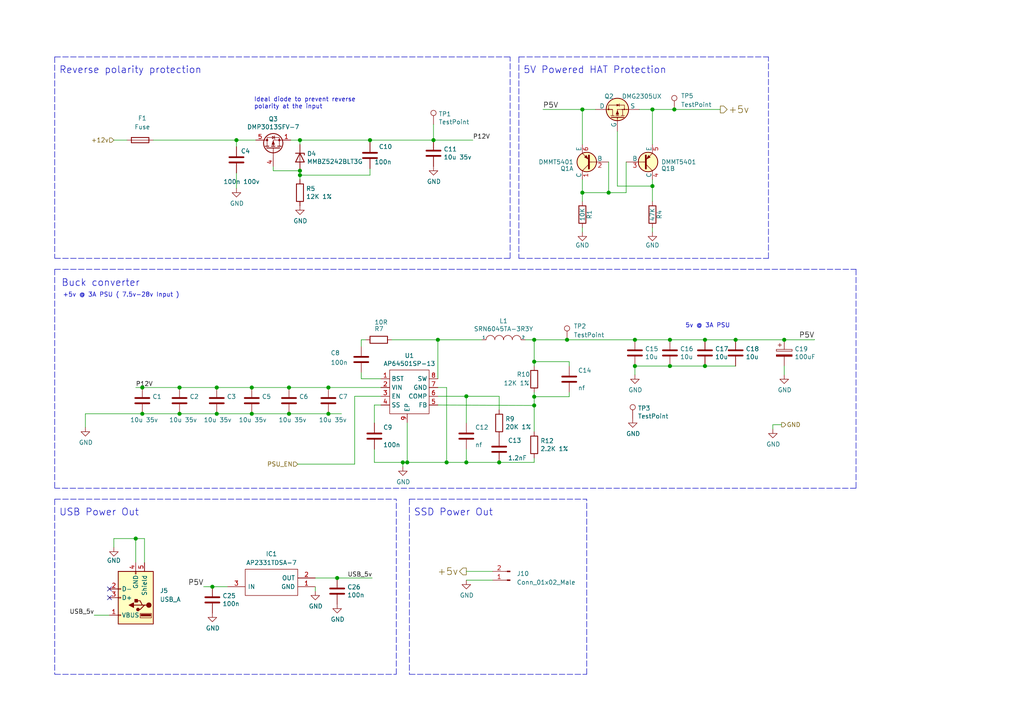
<source format=kicad_sch>
(kicad_sch (version 20210621) (generator eeschema)
  (paper "A4")
  (lib_symbols
    (symbol "AP2331TDSA-7:AP2331TDSA-7" (pin_names (offset 0.762))
      (property "Reference" "IC" (at 21.59 7.62 0))
      (property "Value" "AP2331TDSA-7" (at 21.59 5.08 0))
      (symbol "AP2331TDSA-7_0_0"
        (pin passive line (at 0 0 0) (length 5.08) (name "GND") (number "1"))
        (pin passive line (at 0 -2.54 0) (length 5.08) (name "OUT") (number "2"))
        (pin passive line (at 25.4 0 180) (length 5.08) (name "IN") (number "3"))
      )
      (symbol "AP2331TDSA-7_0_1"
        (polyline (pts (xy 5.08 2.54) (xy 20.32 2.54) (xy 20.32 -5.08) (xy 5.08 -5.08) (xy 5.08 2.54)) (stroke (width 0.1524)))
      )
    )
    (symbol "CM4IO:AP64351"
      (property "Reference" "U" (at 0 8.89 0))
      (property "Value" "AP64351" (at 1.27 6.35 0))
      (symbol "AP64351_0_1"
        (rectangle (start -5.08 5.08) (end 6.35 -7.62))
      )
      (symbol "AP64351_1_1"
        (pin passive line (at -7.62 2.54 0) (length 2.54) (name "BST") (number "1"))
        (pin power_in line (at -7.62 0 0) (length 2.54) (name "VIN") (number "2"))
        (pin input line (at -7.62 -2.54 0) (length 2.54) (name "EN") (number "3"))
        (pin input line (at -7.62 -5.08 0) (length 2.54) (name "SS") (number "4"))
        (pin input line (at 8.89 -5.08 180) (length 2.54) (name "FB") (number "5"))
        (pin input line (at 8.89 -2.54 180) (length 2.54) (name "COMP") (number "6"))
        (pin power_in line (at 8.89 0 180) (length 2.54) (name "GND") (number "7"))
        (pin output line (at 8.89 2.54 180) (length 2.54) (name "SW") (number "8"))
        (pin passive line (at 0 -10.16 90) (length 2.54) (name "EP") (number "9"))
      )
    )
    (symbol "CarPiPowerHat:DMG2305UX" (pin_numbers hide) (pin_names (offset 0))
      (property "Reference" "Q" (at -2.54 3.81 0))
      (property "Value" "DMG2305UX" (at 12.7 3.81 0))
      (symbol "DMG2305UX_0_1"
        (circle (center 0.0254 -2.032) (radius 0.1524) (fill (type outline)))
        (circle (center 0.0254 2.54) (radius 0.1778) (fill (type outline)))
        (circle (center 0 0) (radius 3.2512) (stroke (width 0.254)) (fill (type background)))
        (polyline (pts (xy -2.54 0) (xy -2.286 0)) (stroke (width 0.254)))
        (polyline (pts (xy -1.778 -1.524) (xy 0 -1.524)))
        (polyline (pts (xy -1.778 -1.016) (xy -1.778 -2.032)))
        (polyline (pts (xy -1.778 0) (xy 0 0)))
        (polyline (pts (xy -1.778 0.508) (xy -1.778 -0.508)))
        (polyline (pts (xy -1.778 1.397) (xy 0 1.397)))
        (polyline (pts (xy -1.778 1.905) (xy -1.778 0.889)))
        (polyline (pts (xy 0 -2.032) (xy 0 -2.921)))
        (polyline (pts (xy 0 -1.778) (xy 0 0)))
        (polyline (pts (xy 0 -1.27) (xy 0 -2.032)))
        (polyline (pts (xy 0 1.524) (xy 0 2.794)))
        (polyline (pts (xy 0 2.159) (xy 0 1.397)))
        (polyline (pts (xy 0.889 -0.5334) (xy 1.6764 -0.508)))
        (polyline (pts (xy -2.286 1.778) (xy -2.286 -1.905) (xy -2.286 -1.397) (xy -2.286 -1.651)) (stroke (width 0.254)))
        (polyline (pts (xy 0 2.54) (xy 1.27 2.54) (xy 1.27 0.508) (xy 1.27 -2.032) (xy 0 -2.032)))
        (polyline (pts (xy -0.381 0) (xy -1.397 0.381) (xy -1.397 -0.381) (xy -0.381 0)) (fill (type outline)))
        (polyline (pts (xy 1.27 -0.4572) (xy 0.9906 0.1524) (xy 1.524 0.1524) (xy 1.2446 -0.4572)) (fill (type outline)))
      )
      (symbol "DMG2305UX_1_1"
        (pin input line (at -6.35 0 0) (length 3.81) (name "G") (number "1"))
        (pin passive line (at 0 -6.35 90) (length 3.81) (name "S") (number "2"))
        (pin passive line (at 0 6.35 270) (length 3.81) (name "D") (number "3"))
      )
    )
    (symbol "CarPiPowerHat:DMMT5401" (pin_names (offset 0))
      (property "Reference" "Q" (at 5.08 1.905 0))
      (property "Value" "DMMT5401" (at 5.08 0 0))
      (property "Footprint" "SOT-26" (at 5.08 -1.905 0))
      (symbol "DMMT5401_0_1"
        (circle (center 1.27 0) (radius 2.8194) (stroke (width 0.254)) (fill (type background)))
        (polyline (pts (xy 0 0) (xy 0.635 0)))
        (polyline (pts (xy 2.54 -2.54) (xy 0.635 -0.635)))
        (polyline (pts (xy 2.54 2.54) (xy 0.635 0.635)))
        (polyline (pts (xy 0.635 1.905) (xy 0.635 -1.905) (xy 0.635 -1.905)) (stroke (width 0.508)) (fill (type outline)))
        (polyline (pts (xy 1.397 -1.905) (xy 1.905 -1.397) (xy 0.889 -0.889) (xy 1.397 -1.905) (xy 1.397 -1.905)) (fill (type outline)))
      )
      (symbol "DMMT5401_1_1"
        (pin passive line (at 2.54 5.08 270) (length 2.54) (name "C") (number "1"))
        (pin input line (at -5.08 0 0) (length 5.08) (name "B") (number "2"))
        (pin passive line (at 2.54 -5.08 90) (length 2.54) (name "E") (number "6"))
      )
      (symbol "DMMT5401_2_1"
        (pin input line (at -5.08 0 0) (length 5.08) (name "B") (number "3"))
        (pin passive line (at 2.54 5.08 270) (length 2.54) (name "C") (number "4"))
        (pin passive line (at 2.54 -5.08 90) (length 2.54) (name "E") (number "5"))
      )
    )
    (symbol "Connector:Conn_01x02_Male" (pin_names (offset 1.016) hide)
      (property "Reference" "J" (at 0 2.54 0))
      (property "Value" "Conn_01x02_Male" (at 0 -5.08 0))
      (symbol "Conn_01x02_Male_1_1"
        (rectangle (start 0.8636 -2.413) (end 0 -2.667) (stroke (width 0.1524)) (fill (type outline)))
        (rectangle (start 0.8636 0.127) (end 0 -0.127) (stroke (width 0.1524)) (fill (type outline)))
        (polyline (pts (xy 1.27 -2.54) (xy 0.8636 -2.54)) (stroke (width 0.1524)))
        (polyline (pts (xy 1.27 0) (xy 0.8636 0)) (stroke (width 0.1524)))
        (pin passive line (at 5.08 0 180) (length 3.81) (name "Pin_1") (number "1"))
        (pin passive line (at 5.08 -2.54 180) (length 3.81) (name "Pin_2") (number "2"))
      )
    )
    (symbol "Connector:TestPoint" (pin_numbers hide) (pin_names (offset 0.762) hide)
      (property "Reference" "TP" (at 0 6.858 0))
      (property "Value" "TestPoint" (at 0 5.08 0))
      (symbol "TestPoint_0_1"
        (circle (center 0 3.302) (radius 0.762))
      )
      (symbol "TestPoint_1_1"
        (pin passive line (at 0 0 90) (length 2.54) (name "1") (number "1"))
      )
    )
    (symbol "Connector:USB_A" (pin_names (offset 1.016))
      (property "Reference" "J" (at -5.08 11.43 0))
      (property "Value" "USB_A" (at -5.08 8.89 0))
      (symbol "USB_A_0_1"
        (circle (center -3.81 2.159) (radius 0.635) (stroke (width 0.254)) (fill (type outline)))
        (circle (center -0.635 3.429) (radius 0.381) (stroke (width 0.254)) (fill (type outline)))
        (rectangle (start -1.27 4.572) (end -4.572 5.842))
        (rectangle (start -0.127 -7.62) (end 0.127 -6.858))
        (rectangle (start 5.08 -2.667) (end 4.318 -2.413))
        (rectangle (start 5.08 -0.127) (end 4.318 0.127))
        (rectangle (start 5.08 4.953) (end 4.318 5.207))
        (rectangle (start -1.524 4.826) (end -4.318 5.334) (fill (type outline)))
        (rectangle (start 0.254 1.27) (end -0.508 0.508) (stroke (width 0.254)) (fill (type outline)))
        (rectangle (start -5.08 -7.62) (end 5.08 7.62) (stroke (width 0.254)) (fill (type background)))
        (polyline (pts (xy -3.175 2.159) (xy -2.54 2.159) (xy -1.27 3.429) (xy -0.635 3.429)) (stroke (width 0.254)))
        (polyline (pts (xy -2.54 2.159) (xy -1.905 2.159) (xy -1.27 0.889) (xy 0 0.889)) (stroke (width 0.254)))
        (polyline (pts (xy 0.635 2.794) (xy 0.635 1.524) (xy 1.905 2.159) (xy 0.635 2.794)) (stroke (width 0.254)) (fill (type outline)))
      )
      (symbol "USB_A_1_1"
        (polyline (pts (xy -1.905 2.159) (xy 0.635 2.159)) (stroke (width 0.254)))
        (pin power_in line (at 7.62 5.08 180) (length 2.54) (name "VBUS") (number "1"))
        (pin bidirectional line (at 7.62 -2.54 180) (length 2.54) (name "D-") (number "2"))
        (pin bidirectional line (at 7.62 0 180) (length 2.54) (name "D+") (number "3"))
        (pin power_in line (at 0 -10.16 90) (length 2.54) (name "GND") (number "4"))
        (pin passive line (at -2.54 -10.16 90) (length 2.54) (name "Shield") (number "5"))
      )
    )
    (symbol "Device:C" (pin_numbers hide) (pin_names (offset 0.254))
      (property "Reference" "C" (at 0.635 2.54 0))
      (property "Value" "C" (at 0.635 -2.54 0))
      (symbol "C_0_1"
        (polyline (pts (xy -2.032 -0.762) (xy 2.032 -0.762)) (stroke (width 0.508)))
        (polyline (pts (xy -2.032 0.762) (xy 2.032 0.762)) (stroke (width 0.508)))
      )
      (symbol "C_1_1"
        (pin passive line (at 0 3.81 270) (length 2.794) (name "~") (number "1"))
        (pin passive line (at 0 -3.81 90) (length 2.794) (name "~") (number "2"))
      )
    )
    (symbol "Device:C_Polarized" (pin_numbers hide) (pin_names (offset 0.254))
      (property "Reference" "C" (at 0.635 2.54 0))
      (property "Value" "C_Polarized" (at 0.635 -2.54 0))
      (symbol "C_Polarized_0_1"
        (rectangle (start -2.286 0.508) (end 2.286 1.016))
        (rectangle (start 2.286 -0.508) (end -2.286 -1.016) (fill (type outline)))
        (polyline (pts (xy -1.778 2.286) (xy -0.762 2.286)))
        (polyline (pts (xy -1.27 2.794) (xy -1.27 1.778)))
      )
      (symbol "C_Polarized_1_1"
        (pin passive line (at 0 3.81 270) (length 2.794) (name "~") (number "1"))
        (pin passive line (at 0 -3.81 90) (length 2.794) (name "~") (number "2"))
      )
    )
    (symbol "Device:Fuse" (pin_numbers hide) (pin_names (offset 0))
      (property "Reference" "F" (at 2.032 0 90))
      (property "Value" "Fuse" (at -1.905 0 90))
      (symbol "Fuse_0_1"
        (rectangle (start -0.762 -2.54) (end 0.762 2.54) (stroke (width 0.254)))
        (polyline (pts (xy 0 2.54) (xy 0 -2.54)))
      )
      (symbol "Fuse_1_1"
        (pin passive line (at 0 3.81 270) (length 1.27) (name "~") (number "1"))
        (pin passive line (at 0 -3.81 90) (length 1.27) (name "~") (number "2"))
      )
    )
    (symbol "Device:R" (pin_numbers hide) (pin_names (offset 0))
      (property "Reference" "R" (at 2.032 0 90))
      (property "Value" "R" (at 0 0 90))
      (symbol "R_0_1"
        (rectangle (start -1.016 -2.54) (end 1.016 2.54) (stroke (width 0.254)))
      )
      (symbol "R_1_1"
        (pin passive line (at 0 3.81 270) (length 1.27) (name "~") (number "1"))
        (pin passive line (at 0 -3.81 90) (length 1.27) (name "~") (number "2"))
      )
    )
    (symbol "Diode:BZX84Cxx" (pin_numbers hide) (pin_names (offset 1.016) hide)
      (property "Reference" "D" (at 0 2.54 0))
      (property "Value" "BZX84Cxx" (at 0 -2.54 0))
      (symbol "BZX84Cxx_0_1"
        (polyline (pts (xy 1.27 0) (xy -1.27 0)))
        (polyline (pts (xy -1.27 -1.27) (xy -1.27 1.27) (xy -0.762 1.27)) (stroke (width 0.254)))
        (polyline (pts (xy 1.27 -1.27) (xy 1.27 1.27) (xy -1.27 0) (xy 1.27 -1.27)) (stroke (width 0.254)))
      )
      (symbol "BZX84Cxx_1_1"
        (pin passive line (at -3.81 0 0) (length 2.54) (name "K") (number "1"))
        (pin passive line (at 3.81 0 180) (length 2.54) (name "A") (number "2"))
      )
    )
    (symbol "Transistor_FET:DMP3013SFV" (pin_names hide)
      (property "Reference" "Q" (at 5.08 1.905 0))
      (property "Value" "DMP3013SFV" (at 5.08 0 0))
      (symbol "DMP3013SFV_0_1"
        (circle (center 1.651 0) (radius 2.794) (stroke (width 0.254)))
        (circle (center 2.54 -1.778) (radius 0.254) (fill (type outline)))
        (circle (center 2.54 1.778) (radius 0.254) (fill (type outline)))
        (polyline (pts (xy 0.254 0) (xy -2.54 0)))
        (polyline (pts (xy 0.254 1.905) (xy 0.254 -1.905)) (stroke (width 0.254)))
        (polyline (pts (xy 0.762 -1.27) (xy 0.762 -2.286)) (stroke (width 0.254)))
        (polyline (pts (xy 0.762 0.508) (xy 0.762 -0.508)) (stroke (width 0.254)))
        (polyline (pts (xy 0.762 2.286) (xy 0.762 1.27)) (stroke (width 0.254)))
        (polyline (pts (xy 2.54 2.54) (xy 2.54 1.778)))
        (polyline (pts (xy 2.54 -2.54) (xy 2.54 0) (xy 0.762 0)))
        (polyline (pts (xy 0.762 1.778) (xy 3.302 1.778) (xy 3.302 -1.778) (xy 0.762 -1.778)))
        (polyline (pts (xy 2.794 -0.508) (xy 2.921 -0.381) (xy 3.683 -0.381) (xy 3.81 -0.254)))
        (polyline (pts (xy 3.302 -0.381) (xy 2.921 0.254) (xy 3.683 0.254) (xy 3.302 -0.381)))
        (polyline (pts (xy 2.286 0) (xy 1.27 0.381) (xy 1.27 -0.381) (xy 2.286 0)) (fill (type outline)))
      )
      (symbol "DMP3013SFV_1_1"
        (pin passive line (at 2.54 -5.08 90) (length 2.54) (name "S") (number "1"))
        (pin passive line (at 2.54 -5.08 90) (length 2.54) hide (name "S") (number "2"))
        (pin passive line (at 2.54 -5.08 90) (length 2.54) hide (name "S") (number "3"))
        (pin passive line (at -5.08 0 0) (length 2.54) (name "G") (number "4"))
        (pin passive line (at 2.54 5.08 270) (length 2.54) (name "D") (number "5"))
      )
    )
    (symbol "power:GND" (power) (pin_names (offset 0))
      (property "Value" "GND" (at 0 -3.81 0))
      (symbol "GND_0_1"
        (polyline (pts (xy 0 0) (xy 0 -1.27) (xy 1.27 -1.27) (xy 0 -2.54) (xy -1.27 -1.27) (xy 0 -1.27)))
      )
      (symbol "GND_1_1"
        (pin power_in line (at 0 0 270) (length 0) hide (name "GND") (number "1"))
      )
    )
    (symbol "pspice:INDUCTOR" (pin_numbers hide) (pin_names (offset 0))
      (property "Reference" "L" (at 0 2.54 0))
      (property "Value" "INDUCTOR" (at 0 -1.27 0))
      (symbol "INDUCTOR_0_1"
        (arc (start -2.54 0) (end -5.08 0) (radius (at -3.81 0) (length 1.27) (angles 0.1 179.9)))
        (arc (start 0 0) (end -2.54 0) (radius (at -1.27 0) (length 1.27) (angles 0.1 179.9)))
        (arc (start 2.54 0) (end 0 0) (radius (at 1.27 0) (length 1.27) (angles 0.1 179.9)))
        (arc (start 5.08 0) (end 2.54 0) (radius (at 3.81 0) (length 1.27) (angles 0.1 179.9)))
      )
      (symbol "INDUCTOR_1_1"
        (pin input line (at -6.35 0 0) (length 1.27) (name "1") (number "1"))
        (pin input line (at 6.35 0 180) (length 1.27) (name "2") (number "2"))
      )
    )
  )
  (junction (at 39.37 156.21) (diameter 1.016))
  (junction (at 41.275 112.395) (diameter 1.016))
  (junction (at 41.275 120.015) (diameter 1.016))
  (junction (at 52.07 112.395) (diameter 1.016))
  (junction (at 52.07 120.015) (diameter 1.016))
  (junction (at 61.595 170.18) (diameter 1.016))
  (junction (at 62.865 112.395) (diameter 1.016))
  (junction (at 62.865 120.015) (diameter 1.016))
  (junction (at 68.58 40.64) (diameter 1.016))
  (junction (at 73.025 112.395) (diameter 1.016))
  (junction (at 73.025 120.015) (diameter 1.016))
  (junction (at 83.82 112.395) (diameter 1.016))
  (junction (at 83.82 120.015) (diameter 1.016))
  (junction (at 86.995 40.64) (diameter 1.016))
  (junction (at 86.995 49.53) (diameter 1.016))
  (junction (at 86.995 50.8) (diameter 1.016))
  (junction (at 95.25 112.395) (diameter 1.016))
  (junction (at 95.25 120.015) (diameter 1.016))
  (junction (at 97.79 167.64) (diameter 1.016))
  (junction (at 107.315 40.64) (diameter 1.016))
  (junction (at 116.84 134.112) (diameter 1.016))
  (junction (at 118.11 134.112) (diameter 1.016))
  (junction (at 125.73 40.64) (diameter 1.016))
  (junction (at 127 98.552) (diameter 1.016))
  (junction (at 129.54 134.112) (diameter 1.016))
  (junction (at 135.255 114.935) (diameter 1.016))
  (junction (at 135.255 134.112) (diameter 1.016))
  (junction (at 144.78 134.112) (diameter 1.016))
  (junction (at 154.94 98.552) (diameter 1.016))
  (junction (at 154.94 104.902) (diameter 1.016))
  (junction (at 154.94 115.062) (diameter 1.016))
  (junction (at 154.94 117.602) (diameter 1.016))
  (junction (at 164.465 98.552) (diameter 1.016))
  (junction (at 168.91 31.75) (diameter 1.016))
  (junction (at 168.91 55.88) (diameter 1.016))
  (junction (at 176.53 55.88) (diameter 1.016))
  (junction (at 184.15 98.552) (diameter 1.016))
  (junction (at 184.15 106.172) (diameter 1.016))
  (junction (at 189.23 31.75) (diameter 1.016))
  (junction (at 189.23 53.975) (diameter 1.016))
  (junction (at 194.31 98.552) (diameter 1.016))
  (junction (at 194.31 106.172) (diameter 1.016))
  (junction (at 195.58 31.75) (diameter 1.016))
  (junction (at 204.47 98.552) (diameter 1.016))
  (junction (at 204.47 106.172) (diameter 1.016))
  (junction (at 213.36 98.552) (diameter 1.016))
  (junction (at 227.457 98.552) (diameter 1.016))
  (no_connect (at 31.75 170.815))
  (no_connect (at 31.75 173.355))
  (wire (pts (xy 24.765 120.015) (xy 24.765 123.952)))
  (wire (pts (xy 24.765 120.015) (xy 41.275 120.015)))
  (wire (pts (xy 27.305 178.435) (xy 31.75 178.435)))
  (wire (pts (xy 33.02 40.64) (xy 36.83 40.64)))
  (wire (pts (xy 33.02 156.21) (xy 33.02 158.75)))
  (wire (pts (xy 39.37 112.395) (xy 41.275 112.395)))
  (wire (pts (xy 39.37 156.21) (xy 33.02 156.21)))
  (wire (pts (xy 39.37 163.195) (xy 39.37 156.21)))
  (wire (pts (xy 41.275 112.395) (xy 52.07 112.395)))
  (wire (pts (xy 41.275 120.015) (xy 52.07 120.015)))
  (wire (pts (xy 41.91 156.21) (xy 39.37 156.21)))
  (wire (pts (xy 41.91 163.195) (xy 41.91 156.21)))
  (wire (pts (xy 44.45 40.64) (xy 68.58 40.64)))
  (wire (pts (xy 52.07 112.395) (xy 62.865 112.395)))
  (wire (pts (xy 52.07 120.015) (xy 62.865 120.015)))
  (wire (pts (xy 59.055 170.18) (xy 61.595 170.18)))
  (wire (pts (xy 61.595 170.18) (xy 66.04 170.18)))
  (wire (pts (xy 62.865 112.395) (xy 73.025 112.395)))
  (wire (pts (xy 62.865 120.015) (xy 73.025 120.015)))
  (wire (pts (xy 68.58 40.64) (xy 68.58 42.545)))
  (wire (pts (xy 68.58 40.64) (xy 74.168 40.64)))
  (wire (pts (xy 68.58 50.165) (xy 68.58 54.61)))
  (wire (pts (xy 73.025 112.395) (xy 83.82 112.395)))
  (wire (pts (xy 73.025 120.015) (xy 83.82 120.015)))
  (wire (pts (xy 79.248 48.26) (xy 79.248 49.53)))
  (wire (pts (xy 79.248 49.53) (xy 86.995 49.53)))
  (wire (pts (xy 83.82 112.395) (xy 95.25 112.395)))
  (wire (pts (xy 83.82 120.015) (xy 95.25 120.015)))
  (wire (pts (xy 84.328 40.64) (xy 86.995 40.64)))
  (wire (pts (xy 86.36 134.62) (xy 102.87 134.62)))
  (wire (pts (xy 86.995 40.64) (xy 86.995 41.91)))
  (wire (pts (xy 86.995 40.64) (xy 107.315 40.64)))
  (wire (pts (xy 86.995 49.53) (xy 86.995 50.8)))
  (wire (pts (xy 86.995 50.8) (xy 86.995 52.07)))
  (wire (pts (xy 86.995 50.8) (xy 107.315 50.8)))
  (wire (pts (xy 91.44 167.64) (xy 97.79 167.64)))
  (wire (pts (xy 91.44 170.18) (xy 91.44 171.45)))
  (wire (pts (xy 95.25 112.395) (xy 110.49 112.395)))
  (wire (pts (xy 95.25 120.015) (xy 99.06 120.015)))
  (wire (pts (xy 97.79 167.64) (xy 107.95 167.64)))
  (wire (pts (xy 102.87 114.935) (xy 102.87 134.62)))
  (wire (pts (xy 104.775 98.552) (xy 106.045 98.552)))
  (wire (pts (xy 104.775 100.457) (xy 104.775 98.552)))
  (wire (pts (xy 104.775 108.077) (xy 104.775 109.855)))
  (wire (pts (xy 104.775 109.855) (xy 110.49 109.855)))
  (wire (pts (xy 107.315 40.64) (xy 107.315 41.275)))
  (wire (pts (xy 107.315 40.64) (xy 125.73 40.64)))
  (wire (pts (xy 107.315 50.8) (xy 107.315 48.895)))
  (wire (pts (xy 108.585 117.475) (xy 108.585 122.682)))
  (wire (pts (xy 108.585 130.302) (xy 108.585 134.112)))
  (wire (pts (xy 108.585 134.112) (xy 116.84 134.112)))
  (wire (pts (xy 110.49 114.935) (xy 102.87 114.935)))
  (wire (pts (xy 110.49 117.475) (xy 108.585 117.475)))
  (wire (pts (xy 113.665 98.552) (xy 127 98.552)))
  (wire (pts (xy 116.84 134.112) (xy 118.11 134.112)))
  (wire (pts (xy 116.84 135.382) (xy 116.84 134.112)))
  (wire (pts (xy 118.11 122.555) (xy 118.11 134.112)))
  (wire (pts (xy 118.11 134.112) (xy 129.54 134.112)))
  (wire (pts (xy 125.73 36.068) (xy 125.73 40.64)))
  (wire (pts (xy 125.73 40.64) (xy 137.16 40.64)))
  (wire (pts (xy 127 98.552) (xy 127 109.855)))
  (wire (pts (xy 127 98.552) (xy 139.7 98.552)))
  (wire (pts (xy 127 112.395) (xy 129.54 112.395)))
  (wire (pts (xy 127 114.935) (xy 135.255 114.935)))
  (wire (pts (xy 127 117.475) (xy 154.94 117.602)))
  (wire (pts (xy 129.54 112.395) (xy 129.54 134.112)))
  (wire (pts (xy 129.54 134.112) (xy 135.255 134.112)))
  (wire (pts (xy 135.255 114.935) (xy 135.255 122.682)))
  (wire (pts (xy 135.255 114.935) (xy 144.78 114.935)))
  (wire (pts (xy 135.255 130.302) (xy 135.255 134.112)))
  (wire (pts (xy 135.255 134.112) (xy 144.78 134.112)))
  (wire (pts (xy 135.255 165.735) (xy 142.875 165.735)))
  (wire (pts (xy 142.875 168.275) (xy 135.255 168.275)))
  (wire (pts (xy 144.78 118.872) (xy 144.78 114.935)))
  (wire (pts (xy 144.78 134.112) (xy 154.94 134.112)))
  (wire (pts (xy 152.4 98.552) (xy 154.94 98.552)))
  (wire (pts (xy 154.94 98.552) (xy 154.94 104.902)))
  (wire (pts (xy 154.94 98.552) (xy 164.465 98.552)))
  (wire (pts (xy 154.94 104.902) (xy 154.94 106.172)))
  (wire (pts (xy 154.94 104.902) (xy 165.1 104.902)))
  (wire (pts (xy 154.94 113.792) (xy 154.94 115.062)))
  (wire (pts (xy 154.94 115.062) (xy 154.94 117.602)))
  (wire (pts (xy 154.94 115.062) (xy 165.1 115.062)))
  (wire (pts (xy 154.94 117.602) (xy 154.94 125.222)))
  (wire (pts (xy 154.94 134.112) (xy 154.94 132.842)))
  (wire (pts (xy 157.48 31.75) (xy 168.91 31.75)))
  (wire (pts (xy 164.465 98.552) (xy 184.15 98.552)))
  (wire (pts (xy 165.1 104.902) (xy 165.1 106.172)))
  (wire (pts (xy 165.1 115.062) (xy 165.1 113.792)))
  (wire (pts (xy 168.91 31.75) (xy 172.72 31.75)))
  (wire (pts (xy 168.91 41.91) (xy 168.91 31.75)))
  (wire (pts (xy 168.91 52.07) (xy 168.91 55.88)))
  (wire (pts (xy 168.91 55.88) (xy 168.91 58.42)))
  (wire (pts (xy 168.91 55.88) (xy 176.53 55.88)))
  (wire (pts (xy 168.91 67.31) (xy 168.91 66.04)))
  (wire (pts (xy 176.53 46.99) (xy 176.53 55.88)))
  (wire (pts (xy 176.53 55.88) (xy 181.61 55.88)))
  (wire (pts (xy 179.07 38.1) (xy 179.07 53.975)))
  (wire (pts (xy 179.07 53.975) (xy 189.23 53.975)))
  (wire (pts (xy 181.61 55.88) (xy 181.61 46.99)))
  (wire (pts (xy 184.15 98.552) (xy 194.31 98.552)))
  (wire (pts (xy 184.15 106.172) (xy 184.15 108.712)))
  (wire (pts (xy 185.42 31.75) (xy 189.23 31.75)))
  (wire (pts (xy 189.23 31.75) (xy 195.58 31.75)))
  (wire (pts (xy 189.23 41.91) (xy 189.23 31.75)))
  (wire (pts (xy 189.23 52.07) (xy 189.23 53.975)))
  (wire (pts (xy 189.23 53.975) (xy 189.23 58.42)))
  (wire (pts (xy 189.23 67.31) (xy 189.23 66.04)))
  (wire (pts (xy 194.31 98.552) (xy 204.47 98.552)))
  (wire (pts (xy 194.31 106.172) (xy 184.15 106.172)))
  (wire (pts (xy 195.58 31.75) (xy 208.915 31.75)))
  (wire (pts (xy 204.47 98.552) (xy 213.36 98.552)))
  (wire (pts (xy 204.47 106.172) (xy 194.31 106.172)))
  (wire (pts (xy 213.36 98.552) (xy 227.457 98.552)))
  (wire (pts (xy 213.36 106.172) (xy 204.47 106.172)))
  (wire (pts (xy 224.155 123.19) (xy 224.155 124.46)))
  (wire (pts (xy 226.695 123.19) (xy 224.155 123.19)))
  (wire (pts (xy 227.457 98.552) (xy 236.22 98.552)))
  (wire (pts (xy 227.457 106.172) (xy 227.457 108.712)))
  (wire (pts (xy 236.22 98.425) (xy 236.22 98.552)))
  (polyline (pts (xy 15.875 16.51) (xy 15.875 74.93)) (stroke (width 0) (type dash)))
  (polyline (pts (xy 15.875 16.51) (xy 147.955 16.51)) (stroke (width 0) (type dash)))
  (polyline (pts (xy 15.875 74.93) (xy 147.955 74.93)) (stroke (width 0) (type dash)))
  (polyline (pts (xy 15.875 78.105) (xy 15.875 141.605)) (stroke (width 0.1524) (type dash)))
  (polyline (pts (xy 15.875 78.105) (xy 248.285 78.105)) (stroke (width 0.1524) (type dash)))
  (polyline (pts (xy 15.875 144.78) (xy 15.875 195.58)) (stroke (width 0) (type dash)))
  (polyline (pts (xy 15.875 144.78) (xy 114.935 144.78)) (stroke (width 0) (type dash)))
  (polyline (pts (xy 15.875 195.58) (xy 114.935 195.58)) (stroke (width 0) (type dash)))
  (polyline (pts (xy 114.935 195.58) (xy 114.935 144.78)) (stroke (width 0) (type dash)))
  (polyline (pts (xy 118.745 144.78) (xy 118.745 195.58)) (stroke (width 0) (type dash)))
  (polyline (pts (xy 118.745 144.78) (xy 170.18 144.78)) (stroke (width 0) (type dash)))
  (polyline (pts (xy 118.745 195.58) (xy 170.18 195.58)) (stroke (width 0) (type dash)))
  (polyline (pts (xy 147.955 74.93) (xy 147.955 16.51)) (stroke (width 0) (type dash)))
  (polyline (pts (xy 150.495 16.51) (xy 150.495 74.93)) (stroke (width 0) (type dash)))
  (polyline (pts (xy 150.495 16.51) (xy 222.885 16.51)) (stroke (width 0) (type dash)))
  (polyline (pts (xy 150.495 74.93) (xy 222.885 74.93)) (stroke (width 0) (type dash)))
  (polyline (pts (xy 170.18 195.58) (xy 170.18 144.78)) (stroke (width 0) (type dash)))
  (polyline (pts (xy 222.885 74.93) (xy 222.885 16.51)) (stroke (width 0) (type dash)))
  (polyline (pts (xy 248.285 78.105) (xy 248.285 141.605)) (stroke (width 0.1524) (type dash)))
  (polyline (pts (xy 248.285 141.605) (xy 15.875 141.605)) (stroke (width 0.1524) (type dash)))
  (text "Reverse polarity protection" (at 17.145 21.59 0) (effects (font (size 2.0066 2.0066)) (justify left bottom)))
  (text "USB Power Out" (at 17.145 149.86 0) (effects (font (size 2.0066 2.0066)) (justify left bottom)))
  (text "Buck converter" (at 17.78 83.312 0) (effects (font (size 2.0066 2.0066)) (justify left bottom)))
  (text "+5v @ 3A PSU ( 7.5v-28v Input )" (at 52.07 86.36 180) (effects (font (size 1.27 1.27)) (justify right bottom)))
  (text "Ideal diode to prevent reverse\npolarity at the input" (at 73.66 31.75 0) (effects (font (size 1.27 1.27)) (justify left bottom)))
  (text "SSD Power Out" (at 120.015 149.86 0) (effects (font (size 2.0066 2.0066)) (justify left bottom)))
  (text "5V Powered HAT Protection" (at 151.765 21.59 0) (effects (font (size 2.0066 2.0066)) (justify left bottom)))
  (text "5v @ 3A PSU\n" (at 198.755 95.25 0) (effects (font (size 1.27 1.27)) (justify left bottom)))
  (label "USB_5v" (at 27.305 178.435 180))
  (label "P12V" (at 39.37 112.395 0))
  (label "P5V" (at 59.055 170.18 180) (effects (font (size 1.524 1.524))))
  (label "USB_5v" (at 107.95 167.64 180))
  (label "P12V" (at 137.16 40.64 0))
  (label "P5V" (at 157.48 31.75 0) (effects (font (size 1.524 1.524))))
  (label "P5V" (at 236.22 98.425 180) (effects (font (size 1.524 1.524))))
  (hierarchical_label "+12v" (shape input) (at 33.02 40.64 180))
  (hierarchical_label "PSU_EN" (shape input) (at 86.36 134.62 180))
  (hierarchical_label "+5v" (shape output) (at 135.255 165.735 180) (effects (font (size 2.0066 2.0066))))
  (hierarchical_label "+5v" (shape output) (at 208.915 31.75 0) (effects (font (size 2.0066 2.0066))))
  (hierarchical_label "GND" (shape output) (at 226.695 123.19 0))
  (symbol (lib_id "Connector:TestPoint") (at 125.73 36.068 0) (unit 1)
    (property "Reference" "TP1" (at 127.2032 33.0708 0) (effects (justify left)))
    (property "Value" "TestPoint" (at 127.2032 35.3822 0) (effects (justify left)))
    (property "Footprint" "TestPoint:TestPoint_Pad_2.0x2.0mm" (effects hide))
    (property "Field4" "nf" (effects hide))
    (property "Field5" "nf" (effects hide))
    (property "Field6" "nf" (effects hide))
    (property "Field7" "nf" (effects hide))
  )
  (symbol (lib_id "Connector:TestPoint") (at 164.465 98.552 0) (unit 1)
    (property "Reference" "TP2" (at 166.37 94.615 0) (effects (justify left)))
    (property "Value" "TestPoint" (at 166.37 97.155 0) (effects (justify left)))
    (property "Footprint" "TestPoint:TestPoint_Pad_2.0x2.0mm" (effects hide))
    (property "Field4" "nf" (effects hide))
    (property "Field5" "nf" (effects hide))
    (property "Field6" "nf" (effects hide))
    (property "Field7" "nf" (effects hide))
  )
  (symbol (lib_id "Connector:TestPoint") (at 183.515 121.412 0) (unit 1)
    (property "Reference" "TP3" (at 184.9882 118.4148 0) (effects (justify left)))
    (property "Value" "TestPoint" (at 184.9882 120.7262 0) (effects (justify left)))
    (property "Footprint" "TestPoint:TestPoint_Pad_2.0x2.0mm" (effects hide))
    (property "Field4" "nf" (effects hide))
    (property "Field5" "nf" (effects hide))
    (property "Field6" "nf" (effects hide))
    (property "Field7" "nf" (effects hide))
  )
  (symbol (lib_id "Connector:TestPoint") (at 195.58 31.75 0) (unit 1)
    (property "Reference" "TP5" (at 197.485 27.813 0) (effects (justify left)))
    (property "Value" "TestPoint" (at 197.485 30.353 0) (effects (justify left)))
    (property "Footprint" "TestPoint:TestPoint_Pad_2.0x2.0mm" (effects hide))
    (property "Field4" "nf" (effects hide))
    (property "Field5" "nf" (effects hide))
    (property "Field6" "nf" (effects hide))
    (property "Field7" "nf" (effects hide))
  )
  (symbol (lib_id "power:GND") (at 24.765 123.952 0) (unit 1)
    (property "Reference" "#PWR0107" (effects hide))
    (property "Value" "GND" (at 24.892 128.3462 0))
  )
  (symbol (lib_id "power:GND") (at 33.02 158.75 0) (unit 1)
    (property "Reference" "#PWR0137" (effects hide))
    (property "Value" "GND" (at 33.02 162.56 0))
  )
  (symbol (lib_id "power:GND") (at 61.595 177.8 0) (unit 1)
    (property "Reference" "#PWR0144" (effects hide))
    (property "Value" "GND" (at 61.722 182.1942 0))
  )
  (symbol (lib_id "power:GND") (at 68.58 54.61 0) (unit 1)
    (property "Reference" "#PWR0109" (effects hide))
    (property "Value" "GND" (at 68.707 59.0042 0))
  )
  (symbol (lib_id "power:GND") (at 86.995 59.69 0) (unit 1)
    (property "Reference" "#PWR0108" (effects hide))
    (property "Value" "GND" (at 87.122 64.0842 0))
  )
  (symbol (lib_id "power:GND") (at 91.44 171.45 0) (unit 1)
    (property "Reference" "#PWR0146" (effects hide))
    (property "Value" "GND" (at 91.567 175.8442 0))
  )
  (symbol (lib_id "power:GND") (at 97.79 175.26 0) (unit 1)
    (property "Reference" "#PWR0145" (effects hide))
    (property "Value" "GND" (at 97.917 179.6542 0))
  )
  (symbol (lib_id "power:GND") (at 116.84 135.382 0) (unit 1)
    (property "Reference" "#PWR0110" (effects hide))
    (property "Value" "GND" (at 116.967 139.7762 0))
  )
  (symbol (lib_id "power:GND") (at 125.73 48.26 0) (unit 1)
    (property "Reference" "#PWR0111" (effects hide))
    (property "Value" "GND" (at 125.857 52.6542 0))
  )
  (symbol (lib_id "power:GND") (at 135.255 168.275 0) (unit 1)
    (property "Reference" "#PWR0148" (effects hide))
    (property "Value" "GND" (at 135.382 172.6692 0))
  )
  (symbol (lib_id "power:GND") (at 168.91 67.31 0) (unit 1)
    (property "Reference" "#PWR0102" (effects hide))
    (property "Value" "GND" (at 168.91 71.12 0))
  )
  (symbol (lib_id "power:GND") (at 183.515 121.412 0) (unit 1)
    (property "Reference" "#PWR0113" (effects hide))
    (property "Value" "GND" (at 183.642 125.8062 0))
  )
  (symbol (lib_id "power:GND") (at 184.15 108.712 0) (unit 1)
    (property "Reference" "#PWR0112" (effects hide))
    (property "Value" "GND" (at 184.277 113.1062 0))
  )
  (symbol (lib_id "power:GND") (at 189.23 67.31 0) (unit 1)
    (property "Reference" "#PWR0101" (effects hide))
    (property "Value" "GND" (at 189.23 71.12 0))
  )
  (symbol (lib_id "power:GND") (at 224.155 124.46 0) (unit 1)
    (property "Reference" "#PWR0127" (effects hide))
    (property "Value" "GND" (at 224.282 128.8542 0))
  )
  (symbol (lib_id "power:GND") (at 227.457 108.712 0) (unit 1)
    (property "Reference" "#PWR0114" (effects hide))
    (property "Value" "GND" (at 227.584 113.1062 0))
  )
  (symbol (lib_id "Device:Fuse") (at 40.64 40.64 90) (unit 1)
    (property "Reference" "F1" (at 41.275 34.29 90))
    (property "Value" "Fuse" (at 41.275 36.83 90))
    (property "Footprint" "Fuse:Fuse_Littelfuse-NANO2-451_453" (effects hide))
  )
  (symbol (lib_id "Connector:Conn_01x02_Male") (at 147.955 168.275 180) (unit 1)
    (property "Reference" "J10" (at 149.86 166.3699 0) (effects (justify right)))
    (property "Value" "Conn_01x02_Male" (at 149.86 168.9099 0) (effects (justify right)))
    (property "Footprint" "Connector_JST:JST_XH_S2B-XH-A_1x02_P2.50mm_Horizontal" (effects hide))
  )
  (symbol (lib_id "Device:R") (at 86.995 55.88 0) (unit 1)
    (property "Reference" "R5" (at 88.773 54.7116 0) (effects (justify left)))
    (property "Value" "12K 1%" (at 88.773 57.023 0) (effects (justify left)))
    (property "Footprint" "Resistor_SMD:R_0402_1005Metric" (effects hide))
    (property "Field4" "Farnell" (effects hide))
    (property "Field5" "9239367" (effects hide))
    (property "Field7" "Rohm" (effects hide))
    (property "Field6" "MCR01MZPF1202" (effects hide))
    (property "Part Description" "Resistor 12K M1005 1% 63mW" (effects hide))
    (property "LCSC" "C25879" (effects hide))
  )
  (symbol (lib_id "Device:R") (at 109.855 98.552 270) (unit 1)
    (property "Reference" "R7" (at 108.585 95.377 90) (effects (justify left)))
    (property "Value" "10R" (at 108.585 93.472 90) (effects (justify left)))
    (property "Footprint" "Resistor_SMD:R_0402_1005Metric" (effects hide))
    (property "Field4" "Farnell" (effects hide))
    (property "Field5" "9238999" (effects hide))
    (property "Field7" "Yageo" (effects hide))
    (property "Field6" "RC0402FR-0710RL" (effects hide))
    (property "Field8" "URES00256" (effects hide))
    (property "Part Description" "Resistor 10R M1005 1% 63mW" (effects hide))
  )
  (symbol (lib_id "Device:R") (at 144.78 122.682 0) (unit 1)
    (property "Reference" "R9" (at 146.558 121.5136 0) (effects (justify left)))
    (property "Value" "20K 1%" (at 146.558 123.825 0) (effects (justify left)))
    (property "Footprint" "Resistor_SMD:R_0402_1005Metric" (effects hide))
    (property "Field4" "Farnell" (effects hide))
    (property "Field5" "2331485" (effects hide))
    (property "Field7" "KOA EUROPE GMBH" (effects hide))
    (property "Field6" "RK73H1ETTP2002F" (effects hide))
    (property "Part Description" "Resistor 20K M1005 1% 63mW" (effects hide))
    (property "LCSC" "C25765" (effects hide))
  )
  (symbol (lib_id "Device:R") (at 154.94 109.982 0) (unit 1)
    (property "Reference" "R10" (at 149.86 108.585 0) (effects (justify left)))
    (property "Value" "12K 1%" (at 146.05 111.125 0) (effects (justify left)))
    (property "Footprint" "Resistor_SMD:R_0402_1005Metric" (effects hide))
    (property "Field4" "Farnell" (effects hide))
    (property "Field5" "9239367" (effects hide))
    (property "Field7" "Rohm" (effects hide))
    (property "Field6" "MCR01MZPF1202" (effects hide))
    (property "Part Description" "Resistor 12K M1005 1% 63mW" (effects hide))
    (property "LCSC" "C25752" (effects hide))
  )
  (symbol (lib_id "Device:R") (at 154.94 129.032 0) (unit 1)
    (property "Reference" "R12" (at 156.718 127.8636 0) (effects (justify left)))
    (property "Value" "2.2K 1%" (at 156.718 130.175 0) (effects (justify left)))
    (property "Footprint" "Resistor_SMD:R_0402_1005Metric" (effects hide))
    (property "Field4" "Farnell" (effects hide))
    (property "Field5" "9239278" (effects hide))
    (property "Field6" "RK73G1ETQTP2201D         " (effects hide))
    (property "Field7" "KOA EUROPE GMBH" (effects hide))
    (property "Part Description" "Resistor 2.2K M1005 1% 63mW" (effects hide))
    (property "Field8" "120889581" (effects hide))
    (property "LCSC" "C25879" (effects hide))
  )
  (symbol (lib_id "Device:R") (at 168.91 62.23 0) (unit 1)
    (property "Reference" "R1" (at 170.942 62.23 90))
    (property "Value" "10K" (at 168.91 62.23 90))
    (property "Footprint" "Resistor_SMD:R_0402_1005Metric_Pad0.72x0.64mm_HandSolder" (effects hide))
  )
  (symbol (lib_id "Device:R") (at 189.23 62.23 0) (unit 1)
    (property "Reference" "R4" (at 191.262 62.23 90))
    (property "Value" "47K" (at 189.23 62.23 90))
    (property "Footprint" "Resistor_SMD:R_0402_1005Metric_Pad0.72x0.64mm_HandSolder" (effects hide))
  )
  (symbol (lib_id "pspice:INDUCTOR") (at 146.05 98.552 0) (unit 1)
    (property "Reference" "L1" (at 146.05 93.091 0))
    (property "Value" "SRN6045TA-3R3Y" (at 146.05 95.4024 0))
    (property "Footprint" "Inductor_SMD:L_Bourns_SRN6045TA" (effects hide))
    (property "Field4" "Farnell" (effects hide))
    (property "Field5" "2616889" (effects hide))
    (property "Field6" "SRN6045TA-3R3Y" (effects hide))
    (property "Field7" "Bourns" (effects hide))
    (property "Part Description" "3.3µH Semi-Shielded Wirewound Inductor 7.8A 21mOhm Nonstandard" (effects hide))
  )
  (symbol (lib_id "Diode:BZX84Cxx") (at 86.995 45.72 270) (unit 1)
    (property "Reference" "D4" (at 89.027 44.577 90) (effects (justify left)))
    (property "Value" "MMBZ5242BLT3G" (at 89.027 46.863 90) (effects (justify left)))
    (property "Footprint" "Diode_SMD:D_SOT-23_ANK" (effects hide))
    (property "Datasheet" "https://diotec.com/tl_files/diotec/files/pdf/datasheets/bzx84c2v4.pdf" (effects hide))
    (property "Field4" "Digikey" (effects hide))
    (property "Field5" "	MMBZ5242BLT3GOSCT-ND" (effects hide))
    (property "Field6" "MMBZ5242BLT3G" (effects hide))
    (property "Field7" "Onsemi" (effects hide))
    (property "Part Description" "	Zener Diode 12V 225mW 5% Surface Mount SOT-23-3 (TO-236)" (effects hide))
    (property "LCSC" "C268585" (effects hide))
  )
  (symbol (lib_id "Device:C") (at 41.275 116.205 0) (unit 1)
    (property "Reference" "C1" (at 44.196 115.0366 0) (effects (justify left)))
    (property "Value" "10u 35v" (at 37.719 121.793 0) (effects (justify left)))
    (property "Footprint" "Capacitor_SMD:C_0805_2012Metric" (effects hide))
    (property "Field5" "490-10505-1-ND" (effects hide))
    (property "Field4" "Digikey" (effects hide))
    (property "Field6" "GRM21BC8YA106KE11L " (effects hide))
    (property "Field7" "Murata" (effects hide))
    (property "Part Description" "	10uF 10% or 20% 35V Ceramic Capacitor X6S 0805 (2012 Metric)" (effects hide))
    (property "LCSC" "C469541" (effects hide))
  )
  (symbol (lib_id "Device:C") (at 52.07 116.205 0) (unit 1)
    (property "Reference" "C2" (at 54.991 115.0366 0) (effects (justify left)))
    (property "Value" "10u 35v" (at 49.022 121.793 0) (effects (justify left)))
    (property "Footprint" "Capacitor_SMD:C_0805_2012Metric" (effects hide))
    (property "Field5" "490-10505-1-ND" (effects hide))
    (property "Field4" "Digikey" (effects hide))
    (property "Field6" "GRM21BC8YA106KE11L " (effects hide))
    (property "Field7" "Murata" (effects hide))
    (property "Part Description" "	10uF 10% or 20% 35V Ceramic Capacitor X6S 0805 (2012 Metric)" (effects hide))
    (property "LCSC" "C469541" (effects hide))
  )
  (symbol (lib_id "Device:C") (at 61.595 173.99 0) (unit 1)
    (property "Reference" "C25" (at 64.516 172.8216 0) (effects (justify left)))
    (property "Value" "100n" (at 64.516 175.133 0) (effects (justify left)))
    (property "Footprint" "Capacitor_SMD:C_0402_1005Metric" (effects hide))
    (property "Datasheet" "https://search.murata.co.jp/Ceramy/image/img/A01X/G101/ENG/GRM155R71C104KA88-01.pdf" (effects hide))
    (property "Field4" "Farnell" (effects hide))
    (property "Field5" "2611911" (effects hide))
    (property "Field6" "RM EMK105 B7104KV-F" (effects hide))
    (property "Field7" "TAIYO YUDEN EUROPE GMBH" (effects hide))
    (property "Part Description" "	0.1uF 10% 16V Ceramic Capacitor X7R 0402 (1005 Metric)" (effects hide))
    (property "Field8" "110091611" (effects hide))
    (property "LCSC" "C1525" (effects hide))
  )
  (symbol (lib_id "Device:C") (at 62.865 116.205 0) (unit 1)
    (property "Reference" "C3" (at 65.786 115.0366 0) (effects (justify left)))
    (property "Value" "10u 35v" (at 59.055 121.793 0) (effects (justify left)))
    (property "Footprint" "Capacitor_SMD:C_0805_2012Metric" (effects hide))
    (property "Field5" "490-10505-1-ND" (effects hide))
    (property "Field4" "Digikey" (effects hide))
    (property "Field6" "GRM21BC8YA106KE11L " (effects hide))
    (property "Field7" "Murata" (effects hide))
    (property "Part Description" "	10uF 10% or 20% 35V Ceramic Capacitor X6S 0805 (2012 Metric)" (effects hide))
    (property "LCSC" "C469541" (effects hide))
  )
  (symbol (lib_id "Device:C") (at 68.58 46.355 0) (unit 1)
    (property "Reference" "C4" (at 69.85 43.815 0) (effects (justify left)))
    (property "Value" "100n 100v" (at 64.77 52.705 0) (effects (justify left)))
    (property "Footprint" "Capacitor_SMD:C_0402_1005Metric" (effects hide))
    (property "Field4" "Farnell" (effects hide))
    (property "Field5" "2611907" (effects hide))
    (property "Field6" "GRM155R62A104KE14D" (effects hide))
    (property "Field7" "Murata" (effects hide))
    (property "Part Description" "	0.1uF 10% 100V Ceramic Capacitor X5R 0402 (1005 Metric)" (effects hide))
    (property "LCSC" "C1525" (effects hide))
  )
  (symbol (lib_id "Device:C") (at 73.025 116.205 0) (unit 1)
    (property "Reference" "C5" (at 75.946 115.0366 0) (effects (justify left)))
    (property "Value" "10u 35v" (at 69.215 121.793 0) (effects (justify left)))
    (property "Footprint" "Capacitor_SMD:C_0805_2012Metric" (effects hide))
    (property "Field5" "490-10505-1-ND" (effects hide))
    (property "Field4" "Digikey" (effects hide))
    (property "Field6" "GRM21BC8YA106KE11L " (effects hide))
    (property "Field7" "Murata" (effects hide))
    (property "Part Description" "	10uF 10% or 20% 35V Ceramic Capacitor X6S 0805 (2012 Metric)" (effects hide))
    (property "LCSC" "C469541" (effects hide))
  )
  (symbol (lib_id "Device:C") (at 83.82 116.205 0) (unit 1)
    (property "Reference" "C6" (at 86.741 115.0366 0) (effects (justify left)))
    (property "Value" "10u 35v" (at 80.772 121.793 0) (effects (justify left)))
    (property "Footprint" "Capacitor_SMD:C_0805_2012Metric" (effects hide))
    (property "Field5" "490-10505-1-ND" (effects hide))
    (property "Field4" "Digikey" (effects hide))
    (property "Field6" "GRM21BC8YA106KE11L " (effects hide))
    (property "Field7" "Murata" (effects hide))
    (property "Part Description" "	10uF 10% or 20% 35V Ceramic Capacitor X6S 0805 (2012 Metric)" (effects hide))
    (property "LCSC" "C469541" (effects hide))
  )
  (symbol (lib_id "Device:C") (at 95.25 116.205 0) (unit 1)
    (property "Reference" "C7" (at 98.171 115.0366 0) (effects (justify left)))
    (property "Value" "10u 35v" (at 92.456 121.793 0) (effects (justify left)))
    (property "Footprint" "Capacitor_SMD:C_0805_2012Metric" (effects hide))
    (property "Field5" "490-10505-1-ND" (effects hide))
    (property "Field4" "Digikey" (effects hide))
    (property "Field6" "GRM21BC8YA106KE11L " (effects hide))
    (property "Field7" "Murata" (effects hide))
    (property "Part Description" "	10uF 10% or 20% 35V Ceramic Capacitor X6S 0805 (2012 Metric)" (effects hide))
    (property "LCSC" "C469541" (effects hide))
  )
  (symbol (lib_id "Device:C") (at 97.79 171.45 0) (unit 1)
    (property "Reference" "C26" (at 100.711 170.2816 0) (effects (justify left)))
    (property "Value" "100n" (at 100.711 172.593 0) (effects (justify left)))
    (property "Footprint" "Capacitor_SMD:C_0402_1005Metric" (effects hide))
    (property "Datasheet" "https://search.murata.co.jp/Ceramy/image/img/A01X/G101/ENG/GRM155R71C104KA88-01.pdf" (effects hide))
    (property "Field4" "Farnell" (effects hide))
    (property "Field5" "2611911" (effects hide))
    (property "Field6" "RM EMK105 B7104KV-F" (effects hide))
    (property "Field7" "TAIYO YUDEN EUROPE GMBH" (effects hide))
    (property "Part Description" "	0.1uF 10% 16V Ceramic Capacitor X7R 0402 (1005 Metric)" (effects hide))
    (property "Field8" "110091611" (effects hide))
    (property "LCSC" "C1525" (effects hide))
  )
  (symbol (lib_id "Device:C") (at 104.775 104.267 0) (unit 1)
    (property "Reference" "C8" (at 95.885 102.362 0) (effects (justify left)))
    (property "Value" "100n" (at 95.885 105.156 0) (effects (justify left)))
    (property "Footprint" "Capacitor_SMD:C_0402_1005Metric" (effects hide))
    (property "Field4" "Farnell" (effects hide))
    (property "Field5" "2611911" (effects hide))
    (property "Field6" "RM EMK105 B7104KV-F" (effects hide))
    (property "Field7" "TAIYO YUDEN EUROPE GMBH" (effects hide))
    (property "Part Description" "	0.1uF 10% 16V Ceramic Capacitor X7R 0402 (1005 Metric)" (effects hide))
    (property "Field8" "110091611" (effects hide))
    (property "LCSC" "C1525" (effects hide))
  )
  (symbol (lib_id "Device:C") (at 107.315 45.085 0) (unit 1)
    (property "Reference" "C10" (at 109.855 42.545 0) (effects (justify left)))
    (property "Value" "100n" (at 108.585 46.99 0) (effects (justify left)))
    (property "Footprint" "Capacitor_SMD:C_0402_1005Metric" (effects hide))
    (property "Field4" "Farnell" (effects hide))
    (property "Field5" "2611911" (effects hide))
    (property "Field6" "RM EMK105 B7104KV-F" (effects hide))
    (property "Field7" "TAIYO YUDEN EUROPE GMBH" (effects hide))
    (property "Part Description" "	0.1uF 10% 16V Ceramic Capacitor X7R 0402 (1005 Metric)" (effects hide))
    (property "Field8" "110091611" (effects hide))
    (property "LCSC" "C1525" (effects hide))
  )
  (symbol (lib_id "Device:C") (at 108.585 126.492 0) (unit 1)
    (property "Reference" "C9" (at 111.125 123.952 0) (effects (justify left)))
    (property "Value" "100n" (at 111.125 129.032 0) (effects (justify left)))
    (property "Footprint" "Capacitor_SMD:C_0402_1005Metric" (effects hide))
    (property "Field4" "Farnell" (effects hide))
    (property "Field5" "2611911" (effects hide))
    (property "Field6" "RM EMK105 B7104KV-F" (effects hide))
    (property "Field7" "TAIYO YUDEN EUROPE GMBH" (effects hide))
    (property "Part Description" "	0.1uF 10% 16V Ceramic Capacitor X7R 0402 (1005 Metric)" (effects hide))
    (property "Field8" "110091611" (effects hide))
    (property "LCSC" "C1525" (effects hide))
  )
  (symbol (lib_id "Device:C") (at 125.73 44.45 0) (unit 1)
    (property "Reference" "C11" (at 128.651 43.2816 0) (effects (justify left)))
    (property "Value" "10u 35v" (at 128.651 45.593 0) (effects (justify left)))
    (property "Footprint" "Capacitor_SMD:C_0805_2012Metric" (effects hide))
    (property "Field5" "490-10505-1-ND" (effects hide))
    (property "Field4" "Digikey" (effects hide))
    (property "Field6" "GRM21BC8YA106KE11L " (effects hide))
    (property "Field7" "Murata" (effects hide))
    (property "Part Description" "	10uF 10% or 20% 35V Ceramic Capacitor X6S 0805 (2012 Metric)" (effects hide))
    (property "LCSC" "C469541" (effects hide))
  )
  (symbol (lib_id "Device:C") (at 135.255 126.492 0) (unit 1)
    (property "Reference" "C12" (at 137.795 123.952 0) (effects (justify left)))
    (property "Value" "nf" (at 137.795 129.032 0) (effects (justify left)))
    (property "Footprint" "Capacitor_SMD:C_0402_1005Metric" (effects hide))
  )
  (symbol (lib_id "Device:C") (at 144.78 130.302 0) (unit 1)
    (property "Reference" "C13" (at 147.32 127.762 0) (effects (justify left)))
    (property "Value" "1.2nF" (at 147.32 132.842 0) (effects (justify left)))
    (property "Footprint" "Capacitor_SMD:C_0603_1608Metric" (effects hide))
    (property "Field4" "Digikey" (effects hide))
    (property "Field5" "490-16429-1-ND" (effects hide))
    (property "Field6" "GCM155R71H122KA37D" (effects hide))
    (property "Field7" "Murata" (effects hide))
    (property "Part Description" "1200pF 10% 10V Ceramic Capacitor X5R 0402 (1005 Metric)" (effects hide))
    (property "LCSC" "C30615" (effects hide))
  )
  (symbol (lib_id "Device:C") (at 165.1 109.982 0) (unit 1)
    (property "Reference" "C14" (at 167.64 107.442 0) (effects (justify left)))
    (property "Value" "nf" (at 167.64 112.522 0) (effects (justify left)))
    (property "Footprint" "Capacitor_SMD:C_0402_1005Metric" (effects hide))
    (property "Field4" "Farnell" (effects hide))
    (property "Field5" "2666374" (effects hide))
    (property "Field6" "GRM1555C1H221JA01D" (effects hide))
    (property "Field7" "Murata" (effects hide))
    (property "Part Description" "220 pF, 50 V, 0402 [1005 Metric], ± 5%, C0G / NP0/CH, GCM Series" (effects hide))
  )
  (symbol (lib_id "Device:C") (at 184.15 102.362 0) (unit 1)
    (property "Reference" "C15" (at 187.071 101.1936 0) (effects (justify left)))
    (property "Value" "10u" (at 187.071 103.505 0) (effects (justify left)))
    (property "Footprint" "Capacitor_SMD:C_0805_2012Metric" (effects hide))
    (property "Field5" "490-14381-1-ND" (effects hide))
    (property "Field4" "Digikey" (effects hide))
    (property "Field6" "GRM21BR71A106KA73L" (effects hide))
    (property "Field7" "Murata" (effects hide))
    (property "Part Description" "	10uF 10% 10V Ceramic Capacitor X7R 0805 (2012 Metric)" (effects hide))
    (property "Field8" "111893011" (effects hide))
    (property "LCSC" "C15850" (effects hide))
  )
  (symbol (lib_id "Device:C") (at 194.31 102.362 0) (unit 1)
    (property "Reference" "C16" (at 197.231 101.1936 0) (effects (justify left)))
    (property "Value" "10u" (at 197.231 103.505 0) (effects (justify left)))
    (property "Footprint" "Capacitor_SMD:C_0805_2012Metric" (effects hide))
    (property "Field5" "490-14381-1-ND" (effects hide))
    (property "Field4" "Digikey" (effects hide))
    (property "Field6" "GRM21BR71A106KA73L" (effects hide))
    (property "Field7" "Murata" (effects hide))
    (property "Part Description" "	10uF 10% 10V Ceramic Capacitor X7R 0805 (2012 Metric)" (effects hide))
    (property "Field8" "111893011" (effects hide))
    (property "LCSC" "C15850" (effects hide))
  )
  (symbol (lib_id "Device:C") (at 204.47 102.362 0) (unit 1)
    (property "Reference" "C17" (at 207.391 101.1936 0) (effects (justify left)))
    (property "Value" "10u" (at 207.391 103.505 0) (effects (justify left)))
    (property "Footprint" "Capacitor_SMD:C_0805_2012Metric" (effects hide))
    (property "Field5" "490-14381-1-ND" (effects hide))
    (property "Field4" "Digikey" (effects hide))
    (property "Field6" "GRM21BR71A106KA73L" (effects hide))
    (property "Field7" "Murata" (effects hide))
    (property "Part Description" "	10uF 10% 10V Ceramic Capacitor X7R 0805 (2012 Metric)" (effects hide))
    (property "Field8" "111893011" (effects hide))
    (property "LCSC" "C15850" (effects hide))
  )
  (symbol (lib_id "Device:C") (at 213.36 102.362 0) (unit 1)
    (property "Reference" "C18" (at 216.281 101.1936 0) (effects (justify left)))
    (property "Value" "10u" (at 216.281 103.505 0) (effects (justify left)))
    (property "Footprint" "Capacitor_SMD:C_0805_2012Metric" (effects hide))
    (property "Field5" "490-14381-1-ND" (effects hide))
    (property "Field4" "Digikey" (effects hide))
    (property "Field6" "GRM21BR71A106KA73L" (effects hide))
    (property "Field7" "Murata" (effects hide))
    (property "Part Description" "	10uF 10% 10V Ceramic Capacitor X7R 0805 (2012 Metric)" (effects hide))
    (property "Field8" "111893011" (effects hide))
    (property "LCSC" "C15850" (effects hide))
  )
  (symbol (lib_id "Device:C_Polarized") (at 227.457 102.362 0) (unit 1)
    (property "Reference" "C19" (at 230.4542 101.219 0) (effects (justify left)))
    (property "Value" "100uF" (at 230.4542 103.505 0) (effects (justify left)))
    (property "Footprint" "Capacitor_Tantalum_SMD:CP_EIA-7343-31_Kemet-D" (effects hide))
    (property "Field4" "Mouser" (effects hide))
    (property "Field5" "667-EEF-CX0J101R" (effects hide))
    (property "Part Description" "Capacitor, SP-Cap, 100u, 6.3V, 15mR ESR" (effects hide))
    (property "LCSC" "C16133" (effects hide))
  )
  (symbol (lib_id "CarPiPowerHat:DMMT5401") (at 171.45 46.99 180) (unit 1)
    (property "Reference" "Q1" (at 166.37 48.895 0) (effects (justify left)))
    (property "Value" "DMMT5401" (at 166.37 46.99 0) (effects (justify left)))
    (property "Footprint" "project_footprints:SOT26" (effects hide))
    (property "LCSC" "C154733" (effects hide))
  )
  (symbol (lib_id "CarPiPowerHat:DMMT5401") (at 186.69 46.99 0) (mirror x) (unit 2)
    (property "Reference" "Q1" (at 191.77 48.895 0) (effects (justify left)))
    (property "Value" "DMMT5401" (at 191.77 46.99 0) (effects (justify left)))
    (property "Footprint" "project_footprints:SOT26" (effects hide))
  )
  (symbol (lib_id "Transistor_FET:DMP3013SFV") (at 79.248 43.18 90) (unit 1)
    (property "Reference" "Q3" (at 79.248 34.5186 90))
    (property "Value" "DMP3013SFV-7" (at 79.248 36.83 90))
    (property "Footprint" "Package_SON:Diodes_PowerDI3333-8" (effects hide))
    (property "Datasheet" "https://www.diodes.com/assets/Datasheets/DMP3013SFV.pdf" (effects hide))
    (property "Field4" "Farnell" (effects hide))
    (property "Field5" "3405192" (effects hide))
    (property "Field6" "DMP3013SFV-7" (effects hide))
    (property "Field7" "Diodes" (effects hide))
    (property "Part Description" "DMP3013SFV-7 -  Power MOSFET, P Channel, 30 V, 12 A, 0.008 ohm, PowerDI3333, Surface Mount" (effects hide))
  )
  (symbol (lib_id "CarPiPowerHat:DMG2305UX") (at 179.07 31.75 90) (unit 1)
    (property "Reference" "Q2" (at 175.26 27.94 90) (effects (justify right)))
    (property "Value" "DMG2305UX" (at 180.34 27.94 90) (effects (justify right)))
    (property "Footprint" "Package_TO_SOT_SMD:SOT-23" (effects hide))
    (property "LCSC" "C144153" (effects hide))
  )
  (symbol (lib_id "AP2331TDSA-7:AP2331TDSA-7") (at 91.44 170.18 180) (unit 1)
    (property "Reference" "IC1" (at 78.74 160.655 0))
    (property "Value" "AP2331TDSA-7" (at 78.74 163.195 0))
    (property "Footprint" "ap2331:SOT96P240X110-3N" (effects hide))
    (property "Datasheet" "https://www.diodes.com/assets/Datasheets/AP2331TD.pdf" (effects hide))
    (property "Description" "Power Switch ICs - Power Distribution USB Power Switch" (effects hide))
    (property "Height" "1.1" (effects hide))
    (property "Manufacturer_Name" "Diodes Inc." (effects hide))
    (property "Manufacturer_Part_Number" "AP2331TDSA-7" (effects hide))
    (property "Mouser Part Number" "621-AP2331TDSA-7" (effects hide))
    (property "Mouser Price/Stock" "https://www.mouser.co.uk/ProductDetail/Diodes-Incorporated/AP2331TDSA-7?qs=W0yvOO0ixfEfFxPGIHJ0Tw%3D%3D" (effects hide))
    (property "Arrow Part Number" "AP2331TDSA-7" (effects hide))
    (property "Arrow Price/Stock" "https://www.arrow.com/en/products/ap2331tdsa-7/diodes-incorporated" (effects hide))
    (property "LCSC" "C183303" (effects hide))
  )
  (symbol (lib_id "Connector:USB_A") (at 39.37 173.355 180) (unit 1)
    (property "Reference" "J5" (at 46.355 171.3229 0) (effects (justify right)))
    (property "Value" "USB_A" (at 46.355 173.8629 0) (effects (justify right)))
    (property "Footprint" "Connector_USB:USB_A_Wuerth_614004134726_Horizontal" (effects hide))
    (property "Datasheet" " ~" (effects hide))
  )
  (symbol (lib_id "CM4IO:AP64351") (at 118.11 112.395 0) (unit 1)
    (property "Reference" "U1" (at 118.745 103.1494 0))
    (property "Value" "AP64501SP-13" (at 118.745 105.4608 0))
    (property "Footprint" "Package_SO:SOIC-8-1EP_3.9x4.9mm_P1.27mm_EP2.95x4.9mm_Mask2.71x3.4mm_ThermalVias" (effects hide))
    (property "Datasheet" "https://www.diodes.com/assets/Datasheets/AP64501.pdf" (effects hide))
    (property "Field4" "Digikey" (effects hide))
    (property "Field5" "31-AP64501SP-13CT-ND" (effects hide))
    (property "Field6" "AP64501SP-13" (effects hide))
    (property "Field7" "Diodes" (effects hide))
    (property "Part Description" "Buck Switching Regulator IC Positive Adjustable 0.8V 1 Output 5A 8-SOIC (0.154\", 3.90mm Width) Exposed Pad" (effects hide))
  )
)
</source>
